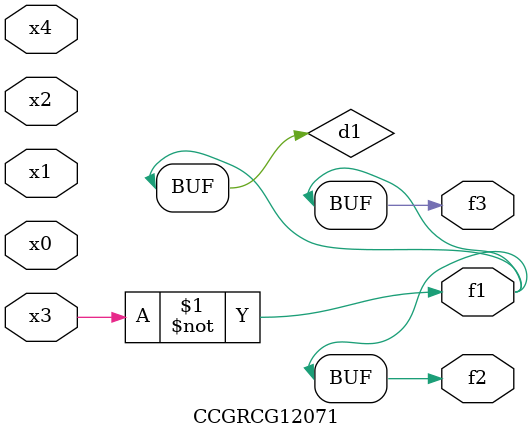
<source format=v>
module CCGRCG12071(
	input x0, x1, x2, x3, x4,
	output f1, f2, f3
);

	wire d1, d2;

	xnor (d1, x3);
	not (d2, x1);
	assign f1 = d1;
	assign f2 = d1;
	assign f3 = d1;
endmodule

</source>
